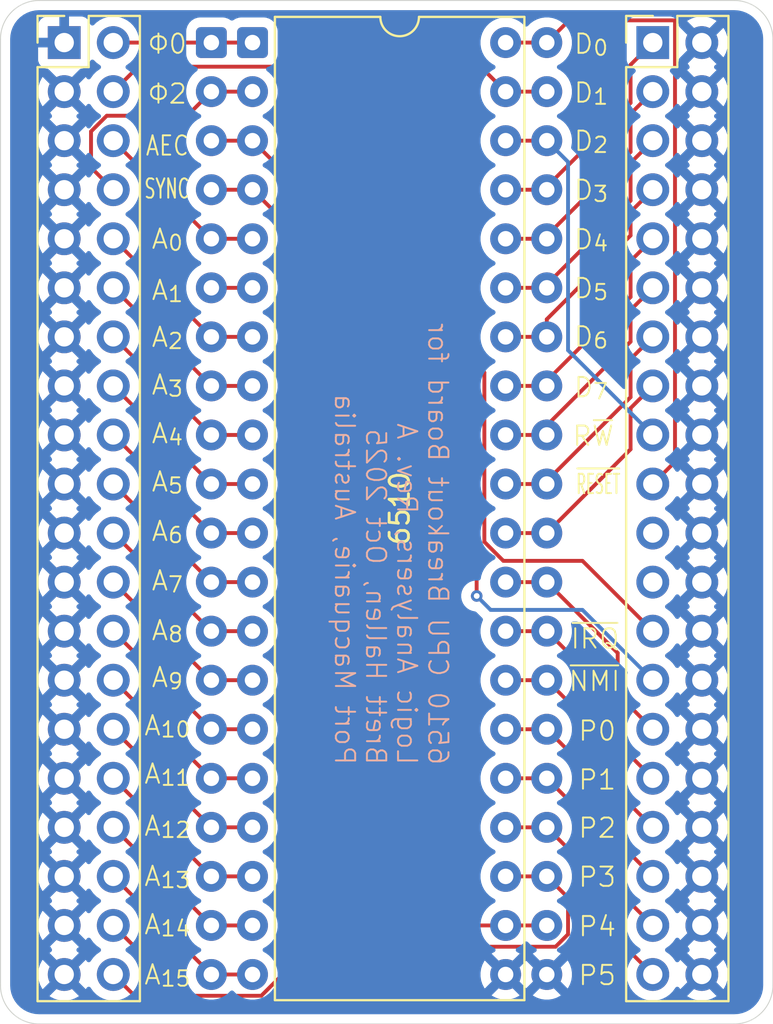
<source format=kicad_pcb>
(kicad_pcb (version 20241229) (generator "pcbnew") (generator_version "9.0")
  (title_block (title "6502 CPU Breakout Board for Logic Analysers") (date "13/OCT/2025") (rev "A") (company "Brett Hallen") (comment 1 "www.youtube.com/@Brfff"))
  (layers (0 "F.Cu" signal) (2 "B.Cu" signal) (13 "F.Paste" user) (15 "B.Paste" user) (5 "F.SilkS" user "F.Silkscreen") (7 "B.SilkS" user "B.Silkscreen") (1 "F.Mask" user) (3 "B.Mask" user) (25 "Edge.Cuts" user))
  (net 0 "")
  (net 1 "GND")
  (net 2 "A_{5}")
  (net 3 "A_{9}")
  (net 4 "A_{1}")
  (net 5 "A_{4}")
  (net 6 "A_{13}")
  (net 7 "A_{0}")
  (net 8 "A_{15}")
  (net 9 "A_{2}")
  (net 10 "A_{6}")
  (net 11 "A_{12}")
  (net 12 "A_{11}")
  (net 13 "A_{3}")
  (net 14 "A_{8}")
  (net 15 "A_{14}")
  (net 16 "A_{7}")
  (net 17 "A_{10}")
  (net 18 "D_{5}")
  (net 19 "D_{0}")
  (net 20 "D_{3}")
  (net 21 "D_{6}")
  (net 22 "D_{2}")
  (net 23 "D_{4}")
  (net 24 "V_{CC}")
  (net 25 "D_{7}")
  (net 26 "~{NMI}")
  (net 27 "D_{1}")
  (net 28 "Φ2")
  (net 29 "Φ0")
  (net 30 "R~{W}")
  (net 31 "~{IRQ}")
  (net 32 "RDY")
  (net 33 "P5")
  (net 34 "P4")
  (net 35 "P0")
  (net 36 "P2")
  (net 37 "P1")
  (net 38 "~{RESET}")
  (net 39 "P3")
  (net 40 "AEC")
  (footprint "Package_DIP:DIP-40_W15.24mm" (layer "F.Cu") (at 72.019 37.68195)
    (property "Reference" "J2" (hide yes))
    (property "Value" "6510 Socket" (hide yes))
    (pad "1" thru_hole roundrect (at 0 0) (size 1.6 1.6) (drill 0.8) (layers "*.Cu" "*.Mask") (roundrect_rratio 0.15625) (net 29 "Φ0"))
    (pad "2" thru_hole circle (at 0 2.54) (size 1.6 1.6) (drill 0.8) (layers "*.Cu" "*.Mask") (net 32 "RDY"))
    (pad "3" thru_hole circle (at 0 5.08) (size 1.6 1.6) (drill 0.8) (layers "*.Cu" "*.Mask") (net 31 "~{IRQ}"))
    (pad "4" thru_hole circle (at 0 7.62) (size 1.6 1.6) (drill 0.8) (layers "*.Cu" "*.Mask") (net 26 "~{NMI}"))
    (pad "5" thru_hole circle (at 0 10.16) (size 1.6 1.6) (drill 0.8) (layers "*.Cu" "*.Mask") (net 40 "AEC"))
    (pad "6" thru_hole circle (at 0 12.7) (size 1.6 1.6) (drill 0.8) (layers "*.Cu" "*.Mask") (net 24 "V_{CC}"))
    (pad "7" thru_hole circle (at 0 15.24) (size 1.6 1.6) (drill 0.8) (layers "*.Cu" "*.Mask") (net 7 "A_{0}"))
    (pad "8" thru_hole circle (at 0 17.78) (size 1.6 1.6) (drill 0.8) (layers "*.Cu" "*.Mask") (net 4 "A_{1}"))
    (pad "9" thru_hole circle (at 0 20.32) (size 1.6 1.6) (drill 0.8) (layers "*.Cu" "*.Mask") (net 9 "A_{2}"))
    (pad "10" thru_hole circle (at 0 22.86) (size 1.6 1.6) (drill 0.8) (layers "*.Cu" "*.Mask") (net 13 "A_{3}"))
    (pad "11" thru_hole circle (at 0 25.4) (size 1.6 1.6) (drill 0.8) (layers "*.Cu" "*.Mask") (net 5 "A_{4}"))
    (pad "12" thru_hole circle (at 0 27.94) (size 1.6 1.6) (drill 0.8) (layers "*.Cu" "*.Mask") (net 2 "A_{5}"))
    (pad "13" thru_hole circle (at 0 30.48) (size 1.6 1.6) (drill 0.8) (layers "*.Cu" "*.Mask") (net 10 "A_{6}"))
    (pad "14" thru_hole circle (at 0 33.02) (size 1.6 1.6) (drill 0.8) (layers "*.Cu" "*.Mask") (net 16 "A_{7}"))
    (pad "15" thru_hole circle (at 0 35.56) (size 1.6 1.6) (drill 0.8) (layers "*.Cu" "*.Mask") (net 14 "A_{8}"))
    (pad "16" thru_hole circle (at 0 38.1) (size 1.6 1.6) (drill 0.8) (layers "*.Cu" "*.Mask") (net 3 "A_{9}"))
    (pad "17" thru_hole circle (at 0 40.64) (size 1.6 1.6) (drill 0.8) (layers "*.Cu" "*.Mask") (net 17 "A_{10}"))
    (pad "18" thru_hole circle (at 0 43.18) (size 1.6 1.6) (drill 0.8) (layers "*.Cu" "*.Mask") (net 12 "A_{11}"))
    (pad "19" thru_hole circle (at 0 45.72) (size 1.6 1.6) (drill 0.8) (layers "*.Cu" "*.Mask") (net 11 "A_{12}"))
    (pad "20" thru_hole circle (at 0 48.26) (size 1.6 1.6) (drill 0.8) (layers "*.Cu" "*.Mask") (net 6 "A_{13}"))
    (pad "21" thru_hole circle (at 15.24 48.26) (size 1.6 1.6) (drill 0.8) (layers "*.Cu" "*.Mask") (net 1 "GND"))
    (pad "22" thru_hole circle (at 15.24 45.72) (size 1.6 1.6) (drill 0.8) (layers "*.Cu" "*.Mask") (net 15 "A_{14}"))
    (pad "23" thru_hole circle (at 15.24 43.18) (size 1.6 1.6) (drill 0.8) (layers "*.Cu" "*.Mask") (net 8 "A_{15}"))
    (pad "24" thru_hole circle (at 15.24 40.64) (size 1.6 1.6) (drill 0.8) (layers "*.Cu" "*.Mask") (net 33 "P5"))
    (pad "25" thru_hole circle (at 15.24 38.1) (size 1.6 1.6) (drill 0.8) (layers "*.Cu" "*.Mask") (net 34 "P4"))
    (pad "26" thru_hole circle (at 15.24 35.56) (size 1.6 1.6) (drill 0.8) (layers "*.Cu" "*.Mask") (net 39 "P3"))
    (pad "27" thru_hole circle (at 15.24 33.02) (size 1.6 1.6) (drill 0.8) (layers "*.Cu" "*.Mask") (net 36 "P2"))
    (pad "28" thru_hole circle (at 15.24 30.48) (size 1.6 1.6) (drill 0.8) (layers "*.Cu" "*.Mask") (net 37 "P1"))
    (pad "29" thru_hole circle (at 15.24 27.94) (size 1.6 1.6) (drill 0.8) (layers "*.Cu" "*.Mask") (net 35 "P0"))
    (pad "30" thru_hole circle (at 15.24 25.4) (size 1.6 1.6) (drill 0.8) (layers "*.Cu" "*.Mask") (net 25 "D_{7}"))
    (pad "31" thru_hole circle (at 15.24 22.86) (size 1.6 1.6) (drill 0.8) (layers "*.Cu" "*.Mask") (net 21 "D_{6}"))
    (pad "32" thru_hole circle (at 15.24 20.32) (size 1.6 1.6) (drill 0.8) (layers "*.Cu" "*.Mask") (net 18 "D_{5}"))
    (pad "33" thru_hole circle (at 15.24 17.78) (size 1.6 1.6) (drill 0.8) (layers "*.Cu" "*.Mask") (net 23 "D_{4}"))
    (pad "34" thru_hole circle (at 15.24 15.24) (size 1.6 1.6) (drill 0.8) (layers "*.Cu" "*.Mask") (net 20 "D_{3}"))
    (pad "35" thru_hole circle (at 15.24 12.7) (size 1.6 1.6) (drill 0.8) (layers "*.Cu" "*.Mask") (net 22 "D_{2}"))
    (pad "36" thru_hole circle (at 15.24 10.16) (size 1.6 1.6) (drill 0.8) (layers "*.Cu" "*.Mask") (net 27 "D_{1}"))
    (pad "37" thru_hole circle (at 15.24 7.62) (size 1.6 1.6) (drill 0.8) (layers "*.Cu" "*.Mask") (net 19 "D_{0}"))
    (pad "38" thru_hole circle (at 15.24 5.08) (size 1.6 1.6) (drill 0.8) (layers "*.Cu" "*.Mask") (net 30 "R~{W}"))
    (pad "39" thru_hole circle (at 15.24 2.54) (size 1.6 1.6) (drill 0.8) (layers "*.Cu" "*.Mask") (net 28 "Φ2"))
    (pad "40" thru_hole circle (at 15.24 0) (size 1.6 1.6) (drill 0.8) (layers "*.Cu" "*.Mask") (net 38 "~{RESET}"))
  )
  (footprint "Connector_PinHeader_2.54mm:PinHeader_2x20_P2.54mm_Vertical" (layer "F.Cu") (at 64.399 37.68195)
    (property "Reference" "J3" (hide yes))
    (property "Value" "Logic Analyser #2" (hide yes))
    (fp_line (start -1.38 -1.38) (end 0 -1.38) (stroke (width 0.12)) (layer "F.SilkS"))
    (fp_line (start -1.38 0) (end -1.38 -1.38) (stroke (width 0.12)) (layer "F.SilkS"))
    (fp_line (start -1.38 1.27) (end -1.38 49.64) (stroke (width 0.12)) (layer "F.SilkS"))
    (fp_line (start -1.38 1.27) (end 1.27 1.27) (stroke (width 0.12)) (layer "F.SilkS"))
    (fp_line (start -1.38 49.64) (end 3.92 49.64) (stroke (width 0.12)) (layer "F.SilkS"))
    (fp_line (start 1.27 -1.38) (end 3.92 -1.38) (stroke (width 0.12)) (layer "F.SilkS"))
    (fp_line (start 1.27 1.27) (end 1.27 -1.38) (stroke (width 0.12)) (layer "F.SilkS"))
    (fp_line (start 3.92 -1.38) (end 3.92 49.64) (stroke (width 0.12)) (layer "F.SilkS"))
    (pad "1" thru_hole rect (at 0 0) (size 1.7 1.7) (drill 1) (layers "*.Cu" "*.Mask") (net 1 "GND"))
    (pad "2" thru_hole circle (at 2.54 0) (size 1.7 1.7) (drill 1) (layers "*.Cu" "*.Mask") (net 29 "Φ0"))
    (pad "3" thru_hole circle (at 0 2.54) (size 1.7 1.7) (drill 1) (layers "*.Cu" "*.Mask") (net 1 "GND"))
    (pad "4" thru_hole circle (at 2.54 2.54) (size 1.7 1.7) (drill 1) (layers "*.Cu" "*.Mask") (net 28 "Φ2"))
    (pad "5" thru_hole circle (at 0 5.08) (size 1.7 1.7) (drill 1) (layers "*.Cu" "*.Mask") (net 1 "GND"))
    (pad "6" thru_hole circle (at 2.54 5.08) (size 1.7 1.7) (drill 1) (layers "*.Cu" "*.Mask") (net 40 "AEC"))
    (pad "7" thru_hole circle (at 0 7.62) (size 1.7 1.7) (drill 1) (layers "*.Cu" "*.Mask") (net 1 "GND"))
    (pad "8" thru_hole circle (at 2.54 7.62) (size 1.7 1.7) (drill 1) (layers "*.Cu" "*.Mask") (net 32 "RDY"))
    (pad "9" thru_hole circle (at 0 10.16) (size 1.7 1.7) (drill 1) (layers "*.Cu" "*.Mask") (net 1 "GND"))
    (pad "10" thru_hole circle (at 2.54 10.16) (size 1.7 1.7) (drill 1) (layers "*.Cu" "*.Mask") (net 7 "A_{0}"))
    (pad "11" thru_hole circle (at 0 12.7) (size 1.7 1.7) (drill 1) (layers "*.Cu" "*.Mask") (net 1 "GND"))
    (pad "12" thru_hole circle (at 2.54 12.7) (size 1.7 1.7) (drill 1) (layers "*.Cu" "*.Mask") (net 4 "A_{1}"))
    (pad "13" thru_hole circle (at 0 15.24) (size 1.7 1.7) (drill 1) (layers "*.Cu" "*.Mask") (net 1 "GND"))
    (pad "14" thru_hole circle (at 2.54 15.24) (size 1.7 1.7) (drill 1) (layers "*.Cu" "*.Mask") (net 9 "A_{2}"))
    (pad "15" thru_hole circle (at 0 17.78) (size 1.7 1.7) (drill 1) (layers "*.Cu" "*.Mask") (net 1 "GND"))
    (pad "16" thru_hole circle (at 2.54 17.78) (size 1.7 1.7) (drill 1) (layers "*.Cu" "*.Mask") (net 13 "A_{3}"))
    (pad "17" thru_hole circle (at 0 20.32) (size 1.7 1.7) (drill 1) (layers "*.Cu" "*.Mask") (net 1 "GND"))
    (pad "18" thru_hole circle (at 2.54 20.32) (size 1.7 1.7) (drill 1) (layers "*.Cu" "*.Mask") (net 5 "A_{4}"))
    (pad "19" thru_hole circle (at 0 22.86) (size 1.7 1.7) (drill 1) (layers "*.Cu" "*.Mask") (net 1 "GND"))
    (pad "20" thru_hole circle (at 2.54 22.86) (size 1.7 1.7) (drill 1) (layers "*.Cu" "*.Mask") (net 2 "A_{5}"))
    (pad "21" thru_hole circle (at 0 25.4) (size 1.7 1.7) (drill 1) (layers "*.Cu" "*.Mask") (net 1 "GND"))
    (pad "22" thru_hole circle (at 2.54 25.4) (size 1.7 1.7) (drill 1) (layers "*.Cu" "*.Mask") (net 10 "A_{6}"))
    (pad "23" thru_hole circle (at 0 27.94) (size 1.7 1.7) (drill 1) (layers "*.Cu" "*.Mask") (net 1 "GND"))
    (pad "24" thru_hole circle (at 2.54 27.94) (size 1.7 1.7) (drill 1) (layers "*.Cu" "*.Mask") (net 16 "A_{7}"))
    (pad "25" thru_hole circle (at 0 30.48) (size 1.7 1.7) (drill 1) (layers "*.Cu" "*.Mask") (net 1 "GND"))
    (pad "26" thru_hole circle (at 2.54 30.48) (size 1.7 1.7) (drill 1) (layers "*.Cu" "*.Mask") (net 14 "A_{8}"))
    (pad "27" thru_hole circle (at 0 33.02) (size 1.7 1.7) (drill 1) (layers "*.Cu" "*.Mask") (net 1 "GND"))
    (pad "28" thru_hole circle (at 2.54 33.02) (size 1.7 1.7) (drill 1) (layers "*.Cu" "*.Mask") (net 3 "A_{9}"))
    (pad "29" thru_hole circle (at 0 35.56) (size 1.7 1.7) (drill 1) (layers "*.Cu" "*.Mask") (net 1 "GND"))
    (pad "30" thru_hole circle (at 2.54 35.56) (size 1.7 1.7) (drill 1) (layers "*.Cu" "*.Mask") (net 17 "A_{10}"))
    (pad "31" thru_hole circle (at 0 38.1) (size 1.7 1.7) (drill 1) (layers "*.Cu" "*.Mask") (net 1 "GND"))
    (pad "32" thru_hole circle (at 2.54 38.1) (size 1.7 1.7) (drill 1) (layers "*.Cu" "*.Mask") (net 12 "A_{11}"))
    (pad "33" thru_hole circle (at 0 40.64) (size 1.7 1.7) (drill 1) (layers "*.Cu" "*.Mask") (net 1 "GND"))
    (pad "34" thru_hole circle (at 2.54 40.64) (size 1.7 1.7) (drill 1) (layers "*.Cu" "*.Mask") (net 11 "A_{12}"))
    (pad "35" thru_hole circle (at 0 43.18) (size 1.7 1.7) (drill 1) (layers "*.Cu" "*.Mask") (net 1 "GND"))
    (pad "36" thru_hole circle (at 2.54 43.18) (size 1.7 1.7) (drill 1) (layers "*.Cu" "*.Mask") (net 6 "A_{13}"))
    (pad "37" thru_hole circle (at 0 45.72) (size 1.7 1.7) (drill 1) (layers "*.Cu" "*.Mask") (net 1 "GND"))
    (pad "38" thru_hole circle (at 2.54 45.72) (size 1.7 1.7) (drill 1) (layers "*.Cu" "*.Mask") (net 15 "A_{14}"))
    (pad "39" thru_hole circle (at 0 48.26) (size 1.7 1.7) (drill 1) (layers "*.Cu" "*.Mask") (net 1 "GND"))
    (pad "40" thru_hole circle (at 2.54 48.26) (size 1.7 1.7) (drill 1) (layers "*.Cu" "*.Mask") (net 8 "A_{15}"))
  )
  (footprint "Connector_PinHeader_2.54mm:PinHeader_2x20_P2.54mm_Vertical" (layer "F.Cu") (at 94.879 37.68195)
    (property "Reference" "J1" (hide yes))
    (property "Value" "Logic Analyser #1" (hide yes))
    (fp_line (start -1.38 -1.38) (end 0 -1.38) (stroke (width 0.12)) (layer "F.SilkS"))
    (fp_line (start -1.38 0) (end -1.38 -1.38) (stroke (width 0.12)) (layer "F.SilkS"))
    (fp_line (start -1.38 1.27) (end -1.38 49.64) (stroke (width 0.12)) (layer "F.SilkS"))
    (fp_line (start -1.38 1.27) (end 1.27 1.27) (stroke (width 0.12)) (layer "F.SilkS"))
    (fp_line (start -1.38 49.64) (end 3.92 49.64) (stroke (width 0.12)) (layer "F.SilkS"))
    (fp_line (start 1.27 -1.38) (end 3.92 -1.38) (stroke (width 0.12)) (layer "F.SilkS"))
    (fp_line (start 1.27 1.27) (end 1.27 -1.38) (stroke (width 0.12)) (layer "F.SilkS"))
    (fp_line (start 3.92 -1.38) (end 3.92 49.64) (stroke (width 0.12)) (layer "F.SilkS"))
    (pad "1" thru_hole rect (at 0 0) (size 1.7 1.7) (drill 1) (layers "*.Cu" "*.Mask") (net 19 "D_{0}"))
    (pad "2" thru_hole circle (at 2.54 0) (size 1.7 1.7) (drill 1) (layers "*.Cu" "*.Mask") (net 1 "GND"))
    (pad "3" thru_hole circle (at 0 2.54) (size 1.7 1.7) (drill 1) (layers "*.Cu" "*.Mask") (net 27 "D_{1}"))
    (pad "4" thru_hole circle (at 2.54 2.54) (size 1.7 1.7) (drill 1) (layers "*.Cu" "*.Mask") (net 1 "GND"))
    (pad "5" thru_hole circle (at 0 5.08) (size 1.7 1.7) (drill 1) (layers "*.Cu" "*.Mask") (net 22 "D_{2}"))
    (pad "6" thru_hole circle (at 2.54 5.08) (size 1.7 1.7) (drill 1) (layers "*.Cu" "*.Mask") (net 1 "GND"))
    (pad "7" thru_hole circle (at 0 7.62) (size 1.7 1.7) (drill 1) (layers "*.Cu" "*.Mask") (net 20 "D_{3}"))
    (pad "8" thru_hole circle (at 2.54 7.62) (size 1.7 1.7) (drill 1) (layers "*.Cu" "*.Mask") (net 1 "GND"))
    (pad "9" thru_hole circle (at 0 10.16) (size 1.7 1.7) (drill 1) (layers "*.Cu" "*.Mask") (net 23 "D_{4}"))
    (pad "10" thru_hole circle (at 2.54 10.16) (size 1.7 1.7) (drill 1) (layers "*.Cu" "*.Mask") (net 1 "GND"))
    (pad "11" thru_hole circle (at 0 12.7) (size 1.7 1.7) (drill 1) (layers "*.Cu" "*.Mask") (net 18 "D_{5}"))
    (pad "12" thru_hole circle (at 2.54 12.7) (size 1.7 1.7) (drill 1) (layers "*.Cu" "*.Mask") (net 1 "GND"))
    (pad "13" thru_hole circle (at 0 15.24) (size 1.7 1.7) (drill 1) (layers "*.Cu" "*.Mask") (net 21 "D_{6}"))
    (pad "14" thru_hole circle (at 2.54 15.24) (size 1.7 1.7) (drill 1) (layers "*.Cu" "*.Mask") (net 1 "GND"))
    (pad "15" thru_hole circle (at 0 17.78) (size 1.7 1.7) (drill 1) (layers "*.Cu" "*.Mask") (net 25 "D_{7}"))
    (pad "16" thru_hole circle (at 2.54 17.78) (size 1.7 1.7) (drill 1) (layers "*.Cu" "*.Mask") (net 1 "GND"))
    (pad "17" thru_hole circle (at 0 20.32) (size 1.7 1.7) (drill 1) (layers "*.Cu" "*.Mask") (net 30 "R~{W}"))
    (pad "18" thru_hole circle (at 2.54 20.32) (size 1.7 1.7) (drill 1) (layers "*.Cu" "*.Mask") (net 1 "GND"))
    (pad "19" thru_hole circle (at 0 22.86) (size 1.7 1.7) (drill 1) (layers "*.Cu" "*.Mask") (net 38 "~{RESET}"))
    (pad "20" thru_hole circle (at 2.54 22.86) (size 1.7 1.7) (drill 1) (layers "*.Cu" "*.Mask") (net 1 "GND"))
    (pad "21" thru_hole circle (at 0 25.4) (size 1.7 1.7) (drill 1) (layers "*.Cu" "*.Mask"))
    (pad "22" thru_hole circle (at 2.54 25.4) (size 1.7 1.7) (drill 1) (layers "*.Cu" "*.Mask") (net 1 "GND"))
    (pad "23" thru_hole circle (at 0 27.94) (size 1.7 1.7) (drill 1) (layers "*.Cu" "*.Mask"))
    (pad "24" thru_hole circle (at 2.54 27.94) (size 1.7 1.7) (drill 1) (layers "*.Cu" "*.Mask") (net 1 "GND"))
    (pad "25" thru_hole circle (at 0 30.48) (size 1.7 1.7) (drill 1) (layers "*.Cu" "*.Mask") (net 31 "~{IRQ}"))
    (pad "26" thru_hole circle (at 2.54 30.48) (size 1.7 1.7) (drill 1) (layers "*.Cu" "*.Mask") (net 1 "GND"))
    (pad "27" thru_hole circle (at 0 33.02) (size 1.7 1.7) (drill 1) (layers "*.Cu" "*.Mask") (net 26 "~{NMI}"))
    (pad "28" thru_hole circle (at 2.54 33.02) (size 1.7 1.7) (drill 1) (layers "*.Cu" "*.Mask") (net 1 "GND"))
    (pad "29" thru_hole circle (at 0 35.56) (size 1.7 1.7) (drill 1) (layers "*.Cu" "*.Mask") (net 35 "P0"))
    (pad "30" thru_hole circle (at 2.54 35.56) (size 1.7 1.7) (drill 1) (layers "*.Cu" "*.Mask") (net 1 "GND"))
    (pad "31" thru_hole circle (at 0 38.1) (size 1.7 1.7) (drill 1) (layers "*.Cu" "*.Mask") (net 37 "P1"))
    (pad "32" thru_hole circle (at 2.54 38.1) (size 1.7 1.7) (drill 1) (layers "*.Cu" "*.Mask") (net 1 "GND"))
    (pad "33" thru_hole circle (at 0 40.64) (size 1.7 1.7) (drill 1) (layers "*.Cu" "*.Mask") (net 36 "P2"))
    (pad "34" thru_hole circle (at 2.54 40.64) (size 1.7 1.7) (drill 1) (layers "*.Cu" "*.Mask") (net 1 "GND"))
    (pad "35" thru_hole circle (at 0 43.18) (size 1.7 1.7) (drill 1) (layers "*.Cu" "*.Mask") (net 39 "P3"))
    (pad "36" thru_hole circle (at 2.54 43.18) (size 1.7 1.7) (drill 1) (layers "*.Cu" "*.Mask") (net 1 "GND"))
    (pad "37" thru_hole circle (at 0 45.72) (size 1.7 1.7) (drill 1) (layers "*.Cu" "*.Mask") (net 34 "P4"))
    (pad "38" thru_hole circle (at 2.54 45.72) (size 1.7 1.7) (drill 1) (layers "*.Cu" "*.Mask") (net 1 "GND"))
    (pad "39" thru_hole circle (at 0 48.26) (size 1.7 1.7) (drill 1) (layers "*.Cu" "*.Mask") (net 33 "P5"))
    (pad "40" thru_hole circle (at 2.54 48.26) (size 1.7 1.7) (drill 1) (layers "*.Cu" "*.Mask") (net 1 "GND"))
  )
  (footprint "Package_DIP:DIP-40_W15.24mm" (layer "F.Cu") (at 74.15 37.68195)
    (property "Reference" "U2" (hide yes))
    (property "Value" "6510" (at 7.62 24.125 90) (layer "F.SilkS"))
    (fp_line (start 1.16 -1.33) (end 1.16 49.59) (stroke (width 0.12)) (layer "F.SilkS"))
    (fp_line (start 1.16 49.59) (end 14.08 49.59) (stroke (width 0.12)) (layer "F.SilkS"))
    (fp_line (start 6.62 -1.33) (end 1.16 -1.33) (stroke (width 0.12)) (layer "F.SilkS"))
    (fp_line (start 14.08 -1.33) (end 8.62 -1.33) (stroke (width 0.12)) (layer "F.SilkS"))
    (fp_line (start 14.08 49.59) (end 14.08 -1.33) (stroke (width 0.12)) (layer "F.SilkS"))
    (fp_arc (start 8.62 -1.33) (mid 7.62 -0.33) (end 6.62 -1.33) (stroke (width 0.12)) (layer "F.SilkS"))
    (pad "1" thru_hole roundrect (at 0 0) (size 1.6 1.6) (drill 0.8) (layers "*.Cu" "*.Mask") (roundrect_rratio 0.15625) (net 29 "Φ0"))
    (pad "2" thru_hole circle (at 0 2.54) (size 1.6 1.6) (drill 0.8) (layers "*.Cu" "*.Mask") (net 32 "RDY"))
    (pad "3" thru_hole circle (at 0 5.08) (size 1.6 1.6) (drill 0.8) (layers "*.Cu" "*.Mask") (net 31 "~{IRQ}"))
    (pad "4" thru_hole circle (at 0 7.62) (size 1.6 1.6) (drill 0.8) (layers "*.Cu" "*.Mask") (net 26 "~{NMI}"))
    (pad "5" thru_hole circle (at 0 10.16) (size 1.6 1.6) (drill 0.8) (layers "*.Cu" "*.Mask") (net 40 "AEC"))
    (pad "6" thru_hole circle (at 0 12.7) (size 1.6 1.6) (drill 0.8) (layers "*.Cu" "*.Mask") (net 24 "V_{CC}"))
    (pad "7" thru_hole circle (at 0 15.24) (size 1.6 1.6) (drill 0.8) (layers "*.Cu" "*.Mask") (net 7 "A_{0}"))
    (pad "8" thru_hole circle (at 0 17.78) (size 1.6 1.6) (drill 0.8) (layers "*.Cu" "*.Mask") (net 4 "A_{1}"))
    (pad "9" thru_hole circle (at 0 20.32) (size 1.6 1.6) (drill 0.8) (layers "*.Cu" "*.Mask") (net 9 "A_{2}"))
    (pad "10" thru_hole circle (at 0 22.86) (size 1.6 1.6) (drill 0.8) (layers "*.Cu" "*.Mask") (net 13 "A_{3}"))
    (pad "11" thru_hole circle (at 0 25.4) (size 1.6 1.6) (drill 0.8) (layers "*.Cu" "*.Mask") (net 5 "A_{4}"))
    (pad "12" thru_hole circle (at 0 27.94) (size 1.6 1.6) (drill 0.8) (layers "*.Cu" "*.Mask") (net 2 "A_{5}"))
    (pad "13" thru_hole circle (at 0 30.48) (size 1.6 1.6) (drill 0.8) (layers "*.Cu" "*.Mask") (net 10 "A_{6}"))
    (pad "14" thru_hole circle (at 0 33.02) (size 1.6 1.6) (drill 0.8) (layers "*.Cu" "*.Mask") (net 16 "A_{7}"))
    (pad "15" thru_hole circle (at 0 35.56) (size 1.6 1.6) (drill 0.8) (layers "*.Cu" "*.Mask") (net 14 "A_{8}"))
    (pad "16" thru_hole circle (at 0 38.1) (size 1.6 1.6) (drill 0.8) (layers "*.Cu" "*.Mask") (net 3 "A_{9}"))
    (pad "17" thru_hole circle (at 0 40.64) (size 1.6 1.6) (drill 0.8) (layers "*.Cu" "*.Mask") (net 17 "A_{10}"))
    (pad "18" thru_hole circle (at 0 43.18) (size 1.6 1.6) (drill 0.8) (layers "*.Cu" "*.Mask") (net 12 "A_{11}"))
    (pad "19" thru_hole circle (at 0 45.72) (size 1.6 1.6) (drill 0.8) (layers "*.Cu" "*.Mask") (net 11 "A_{12}"))
    (pad "20" thru_hole circle (at 0 48.26) (size 1.6 1.6) (drill 0.8) (layers "*.Cu" "*.Mask") (net 6 "A_{13}"))
    (pad "21" thru_hole circle (at 15.24 48.26) (size 1.6 1.6) (drill 0.8) (layers "*.Cu" "*.Mask") (net 1 "GND"))
    (pad "22" thru_hole circle (at 15.24 45.72) (size 1.6 1.6) (drill 0.8) (layers "*.Cu" "*.Mask") (net 15 "A_{14}"))
    (pad "23" thru_hole circle (at 15.24 43.18) (size 1.6 1.6) (drill 0.8) (layers "*.Cu" "*.Mask") (net 8 "A_{15}"))
    (pad "24" thru_hole circle (at 15.24 40.64) (size 1.6 1.6) (drill 0.8) (layers "*.Cu" "*.Mask") (net 33 "P5"))
    (pad "25" thru_hole circle (at 15.24 38.1) (size 1.6 1.6) (drill 0.8) (layers "*.Cu" "*.Mask") (net 34 "P4"))
    (pad "26" thru_hole circle (at 15.24 35.56) (size 1.6 1.6) (drill 0.8) (layers "*.Cu" "*.Mask") (net 39 "P3"))
    (pad "27" thru_hole circle (at 15.24 33.02) (size 1.6 1.6) (drill 0.8) (layers "*.Cu" "*.Mask") (net 36 "P2"))
    (pad "28" thru_hole circle (at 15.24 30.48) (size 1.6 1.6) (drill 0.8) (layers "*.Cu" "*.Mask") (net 37 "P1"))
    (pad "29" thru_hole circle (at 15.24 27.94) (size 1.6 1.6) (drill 0.8) (layers "*.Cu" "*.Mask") (net 35 "P0"))
    (pad "30" thru_hole circle (at 15.24 25.4) (size 1.6 1.6) (drill 0.8) (layers "*.Cu" "*.Mask") (net 25 "D_{7}"))
    (pad "31" thru_hole circle (at 15.24 22.86) (size 1.6 1.6) (drill 0.8) (layers "*.Cu" "*.Mask") (net 21 "D_{6}"))
    (pad "32" thru_hole circle (at 15.24 20.32) (size 1.6 1.6) (drill 0.8) (layers "*.Cu" "*.Mask") (net 18 "D_{5}"))
    (pad "33" thru_hole circle (at 15.24 17.78) (size 1.6 1.6) (drill 0.8) (layers "*.Cu" "*.Mask") (net 23 "D_{4}"))
    (pad "34" thru_hole circle (at 15.24 15.24) (size 1.6 1.6) (drill 0.8) (layers "*.Cu" "*.Mask") (net 20 "D_{3}"))
    (pad "35" thru_hole circle (at 15.24 12.7) (size 1.6 1.6) (drill 0.8) (layers "*.Cu" "*.Mask") (net 22 "D_{2}"))
    (pad "36" thru_hole circle (at 15.24 10.16) (size 1.6 1.6) (drill 0.8) (layers "*.Cu" "*.Mask") (net 27 "D_{1}"))
    (pad "37" thru_hole circle (at 15.24 7.62) (size 1.6 1.6) (drill 0.8) (layers "*.Cu" "*.Mask") (net 19 "D_{0}"))
    (pad "38" thru_hole circle (at 15.24 5.08) (size 1.6 1.6) (drill 0.8) (layers "*.Cu" "*.Mask") (net 30 "R~{W}"))
    (pad "39" thru_hole circle (at 15.24 2.54) (size 1.6 1.6) (drill 0.8) (layers "*.Cu" "*.Mask") (net 28 "Φ2"))
    (pad "40" thru_hole circle (at 15.24 0) (size 1.6 1.6) (drill 0.8) (layers "*.Cu" "*.Mask") (net 38 "~{RESET}"))
  )
  (gr_line (start 63.099 35.50195) (end 99.099 35.50195) (stroke (width 0.05)) (layer "Edge.Cuts"))
  (gr_arc (start 99.099 35.50195) (mid 100.513214 36.087736) (end 101.099 37.50195) (stroke (width 0.05)) (layer "Edge.Cuts"))
  (gr_arc (start 63.099 88.50195) (mid 61.684786 87.916164) (end 61.099 86.50195) (stroke (width 0.05)) (layer "Edge.Cuts"))
  (gr_line (start 101.099 37.50195) (end 101.099 86.50195) (stroke (width 0.05)) (layer "Edge.Cuts"))
  (gr_arc (start 61.099 37.50195) (mid 61.684786 36.087736) (end 63.099 35.50195) (stroke (width 0.05)) (layer "Edge.Cuts"))
  (gr_arc (start 101.099 86.50195) (mid 100.513214 87.916164) (end 99.099 88.50195) (stroke (width 0.05)) (layer "Edge.Cuts"))
  (gr_line (start 99.099 88.50195) (end 63.099 88.50195) (stroke (width 0.05)) (layer "Edge.Cuts"))
  (gr_line (start 61.099 86.50195) (end 61.099 37.50195) (stroke (width 0.05)) (layer "Edge.Cuts"))
  (gr_text "Φ2" (at 68.689524 40.92195 0) (layer "F.SilkS") (effects (font (size 1 1) (thickness 0.1)) (justify left bottom)))
  (gr_text "~{NMI}" (at 90.46 71.34 0) (layer "F.SilkS") (effects (font (size 1 1) (thickness 0.1)) (justify left bottom)))
  (gr_text "D_{7}" (at 90.73188 56.126657 0) (layer "F.SilkS") (effects (font (size 1 1) (thickness 0.1)) (justify left bottom)))
  (gr_text "A_{8}" (at 68.86 68.71195 0) (layer "F.SilkS") (effects (font (size 1 1) (thickness 0.1)) (justify left bottom)))
  (gr_text "A_{0}" (at 68.86 48.44 0) (layer "F.SilkS") (effects (font (size 1 1) (thickness 0.1)) (justify left bottom)))
  (gr_text "A_{5}" (at 68.86 61.01195 0) (layer "F.SilkS") (effects (font (size 1 1) (thickness 0.1)) (justify left bottom)))
  (gr_text "A_{15}" (at 68.479048 86.54 0) (layer "F.SilkS") (effects (font (size 1 1) (thickness 0.1)) (justify left bottom)))
  (gr_text "P0" (at 90.96 73.913343 0) (layer "F.SilkS") (effects (font (size 1 1) (thickness 0.1)) (justify left bottom)))
  (gr_text "A_{9}" (at 68.86 71.14195 0) (layer "F.SilkS") (effects (font (size 1 1) (thickness 0.1)) (justify left bottom)))
  (gr_text "D_{4}" (at 90.73188 48.466657 0) (layer "F.SilkS") (effects (font (size 1 1) (thickness 0.1)) (justify left bottom)))
  (gr_text "P2" (at 90.96 78.94 0) (layer "F.SilkS") (effects (font (size 1 1) (thickness 0.1)) (justify left bottom)))
  (gr_text "SYNC" (at 68.492381 45.84 0) (layer "F.SilkS") (effects (font (size 1 0.6) (thickness 0.1)) (justify left bottom)))
  (gr_text "D_{1}" (at 90.73188 40.87 0) (layer "F.SilkS") (effects (font (size 1 1) (thickness 0.1)) (justify left bottom)))
  (gr_text "P1" (at 90.96 76.443343 0) (layer "F.SilkS") (effects (font (size 1 1) (thickness 0.1)) (justify left bottom)))
  (gr_text "P4" (at 90.96 84.04 0) (layer "F.SilkS") (effects (font (size 1 1) (thickness 0.1)) (justify left bottom)))
  (gr_text "D_{2}" (at 90.73188 43.366657 0) (layer "F.SilkS") (effects (font (size 1 1) (thickness 0.1)) (justify left bottom)))
  (gr_text "A_{10}" (at 68.479048 73.64 0) (layer "F.SilkS") (effects (font (size 1 1) (thickness 0.1)) (justify left bottom)))
  (gr_text "D_{0}" (at 90.73188 38.34 0) (layer "F.SilkS") (effects (font (size 1 1) (thickness 0.1)) (justify left bottom)))
  (gr_text "D_{6}" (at 90.73188 53.496657 0) (layer "F.SilkS") (effects (font (size 1 1) (thickness 0.1)) (justify left bottom)))
  (gr_text "~{RESET}" (at 90.86 61.14 0) (layer "F.SilkS") (effects (font (size 1 0.5) (thickness 0.1)) (justify left bottom)))
  (gr_text "P3" (at 90.96 81.48 0) (layer "F.SilkS") (effects (font (size 1 1) (thickness 0.1)) (justify left bottom)))
  (gr_text "A_{7}" (at 68.86 66.13195 0) (layer "F.SilkS") (effects (font (size 1 1) (thickness 0.1)) (justify left bottom)))
  (gr_text "D_{5}" (at 90.73188 50.996657 0) (layer "F.SilkS") (effects (font (size 1 1) (thickness 0.1)) (justify left bottom)))
  (gr_text "A_{11}" (at 68.479048 76.14 0) (layer "F.SilkS") (effects (font (size 1 1) (thickness 0.1)) (justify left bottom)))
  (gr_text "A_{6}" (at 68.86 63.57195 0) (layer "F.SilkS") (effects (font (size 1 1) (thickness 0.1)) (justify left bottom)))
  (gr_text "A_{12}" (at 68.479048 78.84 0) (layer "F.SilkS") (effects (font (size 1 1) (thickness 0.1)) (justify left bottom)))
  (gr_text "A_{1}" (at 68.86 51.09195 0) (layer "F.SilkS") (effects (font (size 1 1) (thickness 0.1)) (justify left bottom)))
  (gr_text "Φ0" (at 68.689524 38.34 0) (layer "F.SilkS") (effects (font (size 1 1) (thickness 0.1)) (justify left bottom)))
  (gr_text "A_{4}" (at 68.86 58.51195 0) (layer "F.SilkS") (effects (font (size 1 1) (thickness 0.1)) (justify left bottom)))
  (gr_text "A_{14}" (at 68.479048 83.94 0) (layer "F.SilkS") (effects (font (size 1 1) (thickness 0.1)) (justify left bottom)))
  (gr_text "D_{3}" (at 90.73188 45.906657 0) (layer "F.SilkS") (effects (font (size 1 1) (thickness 0.1)) (justify left bottom)))
  (gr_text "A_{13}" (at 68.479048 81.44 0) (layer "F.SilkS") (effects (font (size 1 1) (thickness 0.1)) (justify left bottom)))
  (gr_text "A_{3}" (at 68.86 55.99195 0) (layer "F.SilkS") (effects (font (size 1 1) (thickness 0.1)) (justify left bottom)))
  (gr_text "A_{2}" (at 68.86 53.52195 0) (layer "F.SilkS") (effects (font (size 1 1) (thickness 0.1)) (justify left bottom)))
  (gr_text "~{IRQ}" (at 90.56 69.14 0) (layer "F.SilkS") (effects (font (size 1 1) (thickness 0.1)) (justify left bottom)))
  (gr_text "P5" (at 90.96 86.57 0) (layer "F.SilkS") (effects (font (size 1 1) (thickness 0.1)) (justify left bottom)))
  (gr_text "R~{W}" (at 90.66 58.64 0) (layer "F.SilkS") (effects (font (size 1 1) (thickness 0.1)) (justify left bottom)))
  (gr_text "AEC" (at 68.564762 43.61195 0) (layer "F.SilkS") (effects (font (size 1 0.8) (thickness 0.1)) (justify left bottom)))
  (gr_text "6510 CPU Breakout Board for\nLogic Analysers, Rev. A\nBrett Hallen, Oct 2025\nPort Macquarie, Australia" (at 78.339 75.16195 270) (layer "B.SilkS") (effects (font (size 1 1) (thickness 0.1)) (justify left bottom mirror)))
  (segment (start 72.019 65.62195) (end 66.939 60.54195) (width 0.2) (layer "F.Cu") (net 2))
  (segment (start 74.15 65.62195) (end 72.019 65.62195) (width 0.2) (layer "F.Cu") (net 2))
  (segment (start 72.019 75.78195) (end 66.939 70.70195) (width 0.2) (layer "F.Cu") (net 3))
  (segment (start 74.15 75.78195) (end 72.019 75.78195) (width 0.2) (layer "F.Cu") (net 3))
  (segment (start 72.019 55.46195) (end 66.939 50.38195) (width 0.2) (layer "F.Cu") (net 4))
  (segment (start 74.15 55.46195) (end 72.019 55.46195) (width 0.2) (layer "F.Cu") (net 4))
  (segment (start 74.15 63.08195) (end 72.019 63.08195) (width 0.2) (layer "F.Cu") (net 5))
  (segment (start 72.019 63.08195) (end 66.939 58.00195) (width 0.2) (layer "F.Cu") (net 5))
  (segment (start 72.019 85.94195) (end 66.939 80.86195) (width 0.2) (layer "F.Cu") (net 6))
  (segment (start 74.15 85.94195) (end 72.019 85.94195) (width 0.2) (layer "F.Cu") (net 6))
  (segment (start 74.15 52.92195) (end 72.019 52.92195) (width 0.2) (layer "F.Cu") (net 7))
  (segment (start 72.019 52.92195) (end 66.939 47.84195) (width 0.2) (layer "F.Cu") (net 7))
  (segment (start 74.77215 87.44395) (end 68.441 87.44395) (width 0.2) (layer "F.Cu") (net 8))
  (segment (start 77.71315 84.50295) (end 74.77215 87.44395) (width 0.2) (layer "F.Cu") (net 8))
  (segment (start 87.259 80.86195) (end 89.39 80.86195) (width 0.2) (layer "F.Cu") (net 8))
  (segment (start 90.491 83.858) (end 89.84605 84.50295) (width 0.2) (layer "F.Cu") (net 8))
  (segment (start 90.491 81.96295) (end 90.491 83.858) (width 0.2) (layer "F.Cu") (net 8))
  (segment (start 68.441 87.44395) (end 66.939 85.94195) (width 0.2) (layer "F.Cu") (net 8))
  (segment (start 89.84605 84.50295) (end 77.71315 84.50295) (width 0.2) (layer "F.Cu") (net 8))
  (segment (start 89.39 80.86195) (end 90.491 81.96295) (width 0.2) (layer "F.Cu") (net 8))
  (segment (start 72.019 58.00195) (end 66.939 52.92195) (width 0.2) (layer "F.Cu") (net 9))
  (segment (start 74.15 58.00195) (end 72.019 58.00195) (width 0.2) (layer "F.Cu") (net 9))
  (segment (start 74.15 68.16195) (end 72.019 68.16195) (width 0.2) (layer "F.Cu") (net 10))
  (segment (start 72.019 68.16195) (end 66.939 63.08195) (width 0.2) (layer "F.Cu") (net 10))
  (segment (start 72.019 83.40195) (end 66.939 78.32195) (width 0.2) (layer "F.Cu") (net 11))
  (segment (start 74.15 83.40195) (end 72.019 83.40195) (width 0.2) (layer "F.Cu") (net 11))
  (segment (start 74.15 80.86195) (end 72.019 80.86195) (width 0.2) (layer "F.Cu") (net 12))
  (segment (start 72.019 80.86195) (end 66.939 75.78195) (width 0.2) (layer "F.Cu") (net 12))
  (segment (start 72.019 60.54195) (end 66.939 55.46195) (width 0.2) (layer "F.Cu") (net 13))
  (segment (start 74.15 60.54195) (end 72.019 60.54195) (width 0.2) (layer "F.Cu") (net 13))
  (segment (start 74.15 73.24195) (end 72.019 73.24195) (width 0.2) (layer "F.Cu") (net 14))
  (segment (start 72.019 73.24195) (end 66.939 68.16195) (width 0.2) (layer "F.Cu") (net 14))
  (segment (start 78.24705 83.40195) (end 74.60605 87.04295) (width 0.2) (layer "F.Cu") (net 15))
  (segment (start 70.58 87.04295) (end 66.939 83.40195) (width 0.2) (layer "F.Cu") (net 15))
  (segment (start 74.60605 87.04295) (end 70.58 87.04295) (width 0.2) (layer "F.Cu") (net 15))
  (segment (start 89.39 83.40195) (end 78.24705 83.40195) (width 0.2) (layer "F.Cu") (net 15))
  (segment (start 74.15 70.70195) (end 72.019 70.70195) (width 0.2) (layer "F.Cu") (net 16))
  (segment (start 72.019 70.70195) (end 66.939 65.62195) (width 0.2) (layer "F.Cu") (net 16))
  (segment (start 74.15 78.32195) (end 72.019 78.32195) (width 0.2) (layer "F.Cu") (net 17))
  (segment (start 72.019 78.32195) (end 66.939 73.24195) (width 0.2) (layer "F.Cu") (net 17))
  (segment (start 93.728 51.53295) (end 94.879 50.38195) (width 0.2) (layer "F.Cu") (net 18))
  (segment (start 89.39 57.51) (end 93.728 53.172) (width 0.2) (layer "F.Cu") (net 18))
  (segment (start 89.39 58.00195) (end 89.39 57.51) (width 0.2) (layer "F.Cu") (net 18))
  (segment (start 87.259 58.00195) (end 89.39 58.00195) (width 0.2) (layer "F.Cu") (net 18))
  (segment (start 93.728 53.172) (end 93.728 51.53295) (width 0.2) (layer "F.Cu") (net 18))
  (segment (start 89.39 45.14385) (end 93.728 40.80585) (width 0.2) (layer "F.Cu") (net 19))
  (segment (start 89.39 45.30195) (end 89.39 45.14385) (width 0.2) (layer "F.Cu") (net 19))
  (segment (start 93.728 40.80585) (end 93.728 38.83295) (width 0.2) (layer "F.Cu") (net 19))
  (segment (start 93.728 38.83295) (end 94.879 37.68195) (width 0.2) (layer "F.Cu") (net 19))
  (segment (start 87.259 45.30195) (end 89.39 45.30195) (width 0.2) (layer "F.Cu") (net 19))
  (segment (start 87.259 52.92195) (end 89.39 52.92195) (width 0.2) (layer "F.Cu") (net 20))
  (segment (start 89.39 52.92195) (end 89.39 52.01) (width 0.2) (layer "F.Cu") (net 20))
  (segment (start 93.728 46.45295) (end 94.879 45.30195) (width 0.2) (layer "F.Cu") (net 20))
  (segment (start 89.39 52.01) (end 93.728 47.672) (width 0.2) (layer "F.Cu") (net 20))
  (segment (start 93.728 47.672) (end 93.728 46.45295) (width 0.2) (layer "F.Cu") (net 20))
  (segment (start 93.728 54.07295) (end 94.879 52.92195) (width 0.2) (layer "F.Cu") (net 21))
  (segment (start 89.39 60.38385) (end 93.728 56.04585) (width 0.2) (layer "F.Cu") (net 21))
  (segment (start 89.39 60.54195) (end 89.39 60.38385) (width 0.2) (layer "F.Cu") (net 21))
  (segment (start 93.728 56.04585) (end 93.728 54.07295) (width 0.2) (layer "F.Cu") (net 21))
  (segment (start 87.259 60.54195) (end 89.39 60.54195) (width 0.2) (layer "F.Cu") (net 21))
  (segment (start 93.728 45.872) (end 93.728 43.91295) (width 0.2) (layer "F.Cu") (net 22))
  (segment (start 89.39 50.38195) (end 89.39 50.21) (width 0.2) (layer "F.Cu") (net 22))
  (segment (start 87.259 50.38195) (end 89.39 50.38195) (width 0.2) (layer "F.Cu") (net 22))
  (segment (start 93.728 43.91295) (end 94.879 42.76195) (width 0.2) (layer "F.Cu") (net 22))
  (segment (start 89.39 50.21) (end 93.728 45.872) (width 0.2) (layer "F.Cu") (net 22))
  (segment (start 93.728 50.85871) (end 93.728 48.99295) (width 0.2) (layer "F.Cu") (net 23))
  (segment (start 87.259 55.46195) (end 89.39 55.46195) (width 0.2) (layer "F.Cu") (net 23))
  (segment (start 89.39 55.46195) (end 89.39 55.19671) (width 0.2) (layer "F.Cu") (net 23))
  (segment (start 93.728 48.99295) (end 94.879 47.84195) (width 0.2) (layer "F.Cu") (net 23))
  (segment (start 89.39 55.19671) (end 93.728 50.85871) (width 0.2) (layer "F.Cu") (net 23))
  (segment (start 74.15 50.38195) (end 72.019 50.38195) (width 0.2) (layer "F.Cu") (net 24))
  (segment (start 89.39 63.08195) (end 93.728 58.74395) (width 0.2) (layer "F.Cu") (net 25))
  (segment (start 93.728 56.61295) (end 94.879 55.46195) (width 0.2) (layer "F.Cu") (net 25))
  (segment (start 93.728 58.74395) (end 93.728 56.61295) (width 0.2) (layer "F.Cu") (net 25))
  (segment (start 87.259 63.08195) (end 89.39 63.08195) (width 0.2) (layer "F.Cu") (net 25))
  (segment (start 85.757 66.337) (end 85.76 66.34) (width 0.2) (layer "F.Cu") (net 26))
  (segment (start 72.019 45.30195) (end 74.15 45.30195) (width 0.2) (layer "F.Cu") (net 26))
  (segment (start 74.15 45.30195) (end 85.757 56.90895) (width 0.2) (layer "F.Cu") (net 26))
  (segment (start 85.757 56.90895) (end 85.757 66.337) (width 0.2) (layer "F.Cu") (net 26))
  (via (at 85.76 66.34) (size 0.6) (drill 0.3) (layers "F.Cu" "B.Cu") (net 26))
  (segment (start 85.76 66.34) (end 86.48095 67.06095) (width 0.2) (layer "B.Cu") (net 26))
  (segment (start 91.238 67.06095) (end 94.879 70.70195) (width 0.2) (layer "B.Cu") (net 26))
  (segment (start 86.48095 67.06095) (end 91.238 67.06095) (width 0.2) (layer "B.Cu") (net 26))
  (segment (start 93.728 43.34585) (end 93.728 41.37295) (width 0.2) (layer "F.Cu") (net 27))
  (segment (start 87.259 47.84195) (end 89.39 47.84195) (width 0.2) (layer "F.Cu") (net 27))
  (segment (start 89.39 47.84195) (end 89.39 47.68385) (width 0.2) (layer "F.Cu") (net 27))
  (segment (start 93.728 41.37295) (end 94.879 40.22195) (width 0.2) (layer "F.Cu") (net 27))
  (segment (start 89.39 47.68385) (end 93.728 43.34585) (width 0.2) (layer "F.Cu") (net 27))
  (segment (start 68.23095 38.93) (end 66.939 40.22195) (width 0.2) (layer "F.Cu") (net 28))
  (segment (start 89.39 40.22195) (end 87.259 40.22195) (width 0.2) (layer "F.Cu") (net 28))
  (segment (start 87.259 40.22195) (end 85.96705 38.93) (width 0.2) (layer "F.Cu") (net 28))
  (segment (start 85.96705 38.93) (end 68.23095 38.93) (width 0.2) (layer "F.Cu") (net 28))
  (segment (start 74.15 37.68195) (end 66.939 37.68195) (width 0.2) (layer "F.Cu") (net 29))
  (segment (start 87.259 42.76195) (end 89.39 42.76195) (width 0.2) (layer "F.Cu") (net 30))
  (segment (start 90.491 43.86295) (end 90.491 53.61395) (width 0.2) (layer "B.Cu") (net 30))
  (segment (start 89.39 42.76195) (end 90.491 43.86295) (width 0.2) (layer "B.Cu") (net 30))
  (segment (start 90.491 53.61395) (end 94.879 58.00195) (width 0.2) (layer "B.Cu") (net 30))
  (segment (start 87.14095 64.52095) (end 91.238 64.52095) (width 0.2) (layer "F.Cu") (net 31))
  (segment (start 74.15 42.76195) (end 72.019 42.76195) (width 0.2) (layer "F.Cu") (net 31))
  (segment (start 74.15 42.76195) (end 86.158 54.76995) (width 0.2) (layer "F.Cu") (net 31))
  (segment (start 86.158 63.538) (end 87.14095 64.52095) (width 0.2) (layer "F.Cu") (net 31))
  (segment (start 86.158 54.76995) (end 86.158 63.538) (width 0.2) (layer "F.Cu") (net 31))
  (segment (start 91.238 64.52095) (end 94.879 68.16195) (width 0.2) (layer "F.Cu") (net 31))
  (segment (start 70.77095 41.47) (end 66.60319 41.47) (width 0.2) (layer "F.Cu") (net 32))
  (segment (start 66.60319 41.47) (end 65.788 42.28519) (width 0.2) (layer "F.Cu") (net 32))
  (segment (start 74.15 40.22195) (end 72.019 40.22195) (width 0.2) (layer "F.Cu") (net 32))
  (segment (start 72.019 40.22195) (end 70.77095 41.47) (width 0.2) (layer "F.Cu") (net 32))
  (segment (start 65.788 42.28519) (end 65.788 44.15095) (width 0.2) (layer "F.Cu") (net 32))
  (segment (start 65.788 44.15095) (end 66.939 45.30195) (width 0.2) (layer "F.Cu") (net 32))
  (segment (start 90.892 79.82395) (end 90.892 81.95495) (width 0.2) (layer "F.Cu") (net 33))
  (segment (start 89.39 78.32195) (end 90.892 79.82395) (width 0.2) (layer "F.Cu") (net 33))
  (segment (start 87.259 78.32195) (end 89.39 78.32195) (width 0.2) (layer "F.Cu") (net 33))
  (segment (start 90.892 81.95495) (end 94.879 85.94195) (width 0.2) (layer "F.Cu") (net 33))
  (segment (start 91.293 77.68495) (end 91.293 79.81595) (width 0.2) (layer "F.Cu") (net 34))
  (segment (start 87.259 75.78195) (end 89.39 75.78195) (width 0.2) (layer "F.Cu") (net 34))
  (segment (start 91.293 79.81595) (end 94.879 83.40195) (width 0.2) (layer "F.Cu") (net 34))
  (segment (start 89.39 75.78195) (end 91.293 77.68495) (width 0.2) (layer "F.Cu") (net 34))
  (segment (start 93.061 69.29295) (end 93.061 71.42395) (width 0.2) (layer "F.Cu") (net 35))
  (segment (start 93.061 71.42395) (end 94.879 73.24195) (width 0.2) (layer "F.Cu") (net 35))
  (segment (start 89.39 65.62195) (end 93.061 69.29295) (width 0.2) (layer "F.Cu") (net 35))
  (segment (start 87.259 65.62195) (end 89.39 65.62195) (width 0.2) (layer "F.Cu") (net 35))
  (segment (start 92.095 75.53795) (end 94.879 78.32195) (width 0.2) (layer "F.Cu") (net 36))
  (segment (start 87.259 70.70195) (end 89.39 70.70195) (width 0.2) (layer "F.Cu") (net 36))
  (segment (start 92.095 73.40695) (end 92.095 75.53795) (width 0.2) (layer "F.Cu") (net 36))
  (segment (start 89.39 70.70195) (end 92.095 73.40695) (width 0.2) (layer "F.Cu") (net 36))
  (segment (start 92.66 73.56295) (end 94.879 75.78195) (width 0.2) (layer "F.Cu") (net 37))
  (segment (start 92.66 71.43195) (end 92.66 73.56295) (width 0.2) (layer "F.Cu") (net 37))
  (segment (start 87.259 68.16195) (end 89.39 68.16195) (width 0.2) (layer "F.Cu") (net 37))
  (segment (start 89.39 68.16195) (end 92.66 71.43195) (width 0.2) (layer "F.Cu") (net 37))
  (segment (start 90.541 36.53095) (end 96.03 36.53095) (width 0.2) (layer "F.Cu") (net 38))
  (segment (start 89.39 37.68195) (end 90.541 36.53095) (width 0.2) (layer "F.Cu") (net 38))
  (segment (start 96.03 36.53095) (end 96.03 59.39095) (width 0.2) (layer "F.Cu") (net 38))
  (segment (start 96.03 59.39095) (end 94.879 60.54195) (width 0.2) (layer "F.Cu") (net 38))
  (segment (start 87.259 37.68195) (end 89.39 37.68195) (width 0.2) (layer "F.Cu") (net 38))
  (segment (start 91.694 75.54595) (end 91.694 77.67695) (width 0.2) (layer "F.Cu") (net 39))
  (segment (start 87.259 73.24195) (end 89.39 73.24195) (width 0.2) (layer "F.Cu") (net 39))
  (segment (start 89.39 73.24195) (end 91.694 75.54595) (width 0.2) (layer "F.Cu") (net 39))
  (segment (start 91.694 77.67695) (end 94.879 80.86195) (width 0.2) (layer "F.Cu") (net 39))
  (segment (start 74.15 47.84195) (end 72.019 47.84195) (width 0.2) (layer "F.Cu") (net 40))
  (segment (start 72.019 47.84195) (end 66.939 42.76195) (width 0.2) (layer "F.Cu") (net 40))
  (zone (net 1) (net_name "GND") (layer "B.Cu") (connect_pads (clearance 0.5)) (min_thickness 0.25) (fill yes (thermal_gap 0.5) (thermal_bridge_width 0.5))
    (polygon (pts (xy 61.099 35.50195) (xy 101.099 35.50195) (xy 101.099 88.50195) (xy 61.099 88.50195)))
  )
)
</source>
